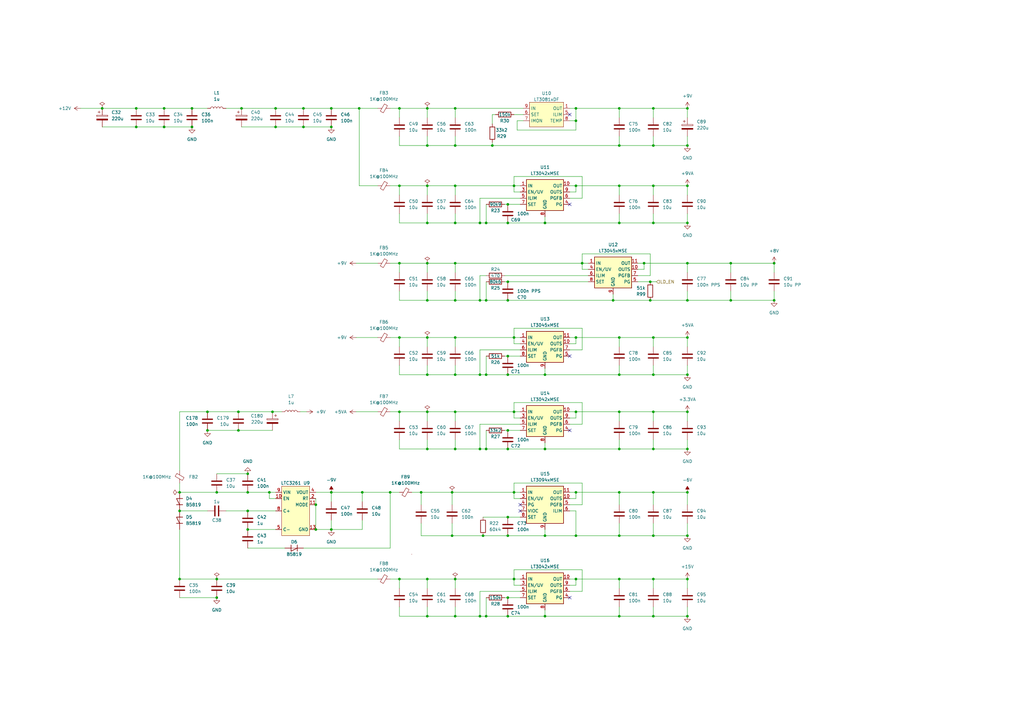
<source format=kicad_sch>
(kicad_sch (version 20230121) (generator eeschema)
  (paper "A3")
  (title_block (title "Kirdy") (date "2022-07-03") (rev "r0.1") (company "M-Labs") (comment 1 "Alex Wong Tat Hang"))
  (junction (at 175.26 237.49))
  (junction (at 223.52 184.15))
  (junction (at 236.22 76.2))
  (junction (at 238.76 107.95))
  (junction (at 210.82 201.93))
  (junction (at 78.74 44.45))
  (junction (at 210.82 76.2))
  (junction (at 236.22 168.91))
  (junction (at 185.42 219.71))
  (junction (at 101.6 217.17))
  (junction (at 254 184.15))
  (junction (at 208.28 245.11))
  (junction (at 185.42 201.93))
  (junction (at 208.28 176.53))
  (junction (at 135.89 217.17))
  (junction (at 147.32 44.45))
  (junction (at 210.82 138.43))
  (junction (at 254 91.44))
  (junction (at 266.7 115.57))
  (junction (at 236.22 49.53))
  (junction (at 208.28 252.73))
  (junction (at 196.85 184.15))
  (junction (at 266.7 123.19))
  (junction (at 88.9 237.49))
  (junction (at 199.39 252.73))
  (junction (at 186.69 138.43))
  (junction (at 208.28 184.15))
  (junction (at 78.74 52.07))
  (junction (at 254 44.45))
  (junction (at 267.97 76.2))
  (junction (at 199.39 153.67))
  (junction (at 254 237.49))
  (junction (at 111.76 168.91))
  (junction (at 163.83 76.2))
  (junction (at 317.5 107.95))
  (junction (at 99.06 44.45))
  (junction (at 67.31 52.07))
  (junction (at 175.26 59.69))
  (junction (at 267.97 201.93))
  (junction (at 113.03 52.07))
  (junction (at 175.26 153.67))
  (junction (at 175.26 91.44))
  (junction (at 41.91 44.45))
  (junction (at 281.94 138.43))
  (junction (at 267.97 138.43))
  (junction (at 175.26 107.95))
  (junction (at 85.09 168.91))
  (junction (at 196.85 91.44))
  (junction (at 199.39 123.19))
  (junction (at 267.97 252.73))
  (junction (at 281.94 237.49))
  (junction (at 186.69 252.73))
  (junction (at 208.28 123.19))
  (junction (at 254 219.71))
  (junction (at 97.79 168.91))
  (junction (at 148.59 201.93))
  (junction (at 223.52 153.67))
  (junction (at 223.52 91.44))
  (junction (at 236.22 44.45))
  (junction (at 101.6 209.55))
  (junction (at 281.94 76.2))
  (junction (at 281.94 201.93))
  (junction (at 281.94 168.91))
  (junction (at 186.69 107.95))
  (junction (at 317.5 123.19))
  (junction (at 281.94 44.45))
  (junction (at 186.69 237.49))
  (junction (at 186.69 184.15))
  (junction (at 163.83 168.91))
  (junction (at 236.22 219.71))
  (junction (at 254 168.91))
  (junction (at 281.94 252.73))
  (junction (at 251.46 123.19))
  (junction (at 186.69 76.2))
  (junction (at 198.12 219.71))
  (junction (at 281.94 184.15))
  (junction (at 267.97 44.45))
  (junction (at 135.89 201.93))
  (junction (at 186.69 91.44))
  (junction (at 267.97 168.91))
  (junction (at 175.26 168.91))
  (junction (at 281.94 219.71))
  (junction (at 160.02 201.93))
  (junction (at 186.69 59.69))
  (junction (at 208.28 83.82))
  (junction (at 135.89 52.07))
  (junction (at 236.22 201.93))
  (junction (at 113.03 44.45))
  (junction (at 254 153.67))
  (junction (at 254 138.43))
  (junction (at 210.82 168.91))
  (junction (at 281.94 91.44))
  (junction (at 254 59.69))
  (junction (at 267.97 184.15))
  (junction (at 299.72 123.19))
  (junction (at 254 76.2))
  (junction (at 101.6 201.93))
  (junction (at 163.83 138.43))
  (junction (at 186.69 123.19))
  (junction (at 175.26 252.73))
  (junction (at 135.89 44.45))
  (junction (at 196.85 123.19))
  (junction (at 208.28 91.44))
  (junction (at 172.72 201.93))
  (junction (at 208.28 153.67))
  (junction (at 73.66 209.55))
  (junction (at 201.93 59.69))
  (junction (at 267.97 237.49))
  (junction (at 208.28 212.09))
  (junction (at 196.85 252.73))
  (junction (at 124.46 52.07))
  (junction (at 175.26 184.15))
  (junction (at 163.83 107.95))
  (junction (at 186.69 153.67))
  (junction (at 88.9 201.93))
  (junction (at 254 201.93))
  (junction (at 85.09 176.53))
  (junction (at 110.49 201.93))
  (junction (at 208.28 115.57))
  (junction (at 264.16 107.95))
  (junction (at 267.97 219.71))
  (junction (at 208.28 146.05))
  (junction (at 223.52 252.73))
  (junction (at 73.66 201.93))
  (junction (at 175.26 123.19))
  (junction (at 281.94 59.69))
  (junction (at 97.79 176.53))
  (junction (at 267.97 59.69))
  (junction (at 55.88 52.07))
  (junction (at 236.22 237.49))
  (junction (at 281.94 153.67))
  (junction (at 223.52 219.71))
  (junction (at 208.28 219.71))
  (junction (at 299.72 107.95))
  (junction (at 175.26 76.2))
  (junction (at 175.26 138.43))
  (junction (at 163.83 44.45))
  (junction (at 199.39 184.15))
  (junction (at 101.6 194.31))
  (junction (at 88.9 245.11))
  (junction (at 267.97 91.44))
  (junction (at 281.94 123.19))
  (junction (at 175.26 44.45))
  (junction (at 210.82 237.49))
  (junction (at 254 252.73))
  (junction (at 73.66 237.49))
  (junction (at 163.83 237.49))
  (junction (at 186.69 168.91))
  (junction (at 129.54 207.01))
  (junction (at 67.31 44.45))
  (junction (at 267.97 153.67))
  (junction (at 124.46 44.45))
  (junction (at 55.88 44.45))
  (junction (at 186.69 44.45))
  (junction (at 281.94 107.95))
  (junction (at 129.54 217.17))
  (junction (at 236.22 138.43))
  (junction (at 199.39 91.44))
  (junction (at 196.85 153.67))
  (no_connect (at 233.68 176.53))
  (no_connect (at 233.68 245.11))
  (no_connect (at 233.68 46.99))
  (no_connect (at 213.36 209.55))
  (no_connect (at 213.36 207.01))
  (no_connect (at 233.68 83.82))
  (no_connect (at 233.68 146.05))
  (wire (pts (xy 88.9 201.93) (xy 101.6 201.93)))
  (wire (pts (xy 207.01 176.53) (xy 208.28 176.53)))
  (wire (pts (xy 267.97 214.63) (xy 267.97 219.71)))
  (wire (pts (xy 267.97 153.67) (xy 267.97 149.86)))
  (wire (pts (xy 196.85 81.28) (xy 196.85 91.44)))
  (wire (pts (xy 175.26 241.3) (xy 175.26 237.49)))
  (wire (pts (xy 160.02 237.49) (xy 163.83 237.49)))
  (wire (pts (xy 254 237.49) (xy 254 241.3)))
  (wire (pts (xy 233.68 140.97) (xy 236.22 140.97)))
  (wire (pts (xy 148.59 201.93) (xy 148.59 205.74)))
  (wire (pts (xy 281.94 252.73) (xy 281.94 248.92)))
  (wire (pts (xy 281.94 107.95) (xy 281.94 111.76)))
  (wire (pts (xy 135.89 213.36) (xy 135.89 217.17)))
  (wire (pts (xy 163.83 252.73) (xy 163.83 248.92)))
  (wire (pts (xy 208.28 176.53) (xy 213.36 176.53)))
  (wire (pts (xy 124.46 44.45) (xy 135.89 44.45)))
  (wire (pts (xy 135.89 217.17) (xy 129.54 217.17)))
  (wire (pts (xy 201.93 58.42) (xy 201.93 59.69)))
  (wire (pts (xy 196.85 91.44) (xy 199.39 91.44)))
  (wire (pts (xy 299.72 107.95) (xy 299.72 111.76)))
  (wire (pts (xy 267.97 252.73) (xy 281.94 252.73)))
  (wire (pts (xy 160.02 107.95) (xy 163.83 107.95)))
  (wire (pts (xy 186.69 172.72) (xy 186.69 168.91)))
  (wire (pts (xy 196.85 113.03) (xy 199.39 113.03)))
  (wire (pts (xy 236.22 219.71) (xy 223.52 219.71)))
  (wire (pts (xy 175.26 123.19) (xy 186.69 123.19)))
  (wire (pts (xy 175.26 252.73) (xy 175.26 248.92)))
  (wire (pts (xy 186.69 123.19) (xy 196.85 123.19)))
  (wire (pts (xy 185.42 219.71) (xy 198.12 219.71)))
  (wire (pts (xy 201.93 50.8) (xy 201.93 46.99)))
  (wire (pts (xy 267.97 153.67) (xy 281.94 153.67)))
  (wire (pts (xy 85.09 176.53) (xy 97.79 176.53)))
  (wire (pts (xy 207.01 115.57) (xy 208.28 115.57)))
  (wire (pts (xy 175.26 123.19) (xy 175.26 119.38)))
  (wire (pts (xy 210.82 76.2) (xy 213.36 76.2)))
  (wire (pts (xy 85.09 168.91) (xy 97.79 168.91)))
  (wire (pts (xy 163.83 59.69) (xy 175.26 59.69)))
  (wire (pts (xy 210.82 237.49) (xy 213.36 237.49)))
  (wire (pts (xy 254 219.71) (xy 254 214.63)))
  (wire (pts (xy 199.39 184.15) (xy 208.28 184.15)))
  (wire (pts (xy 129.54 201.93) (xy 135.89 201.93)))
  (wire (pts (xy 175.26 142.24) (xy 175.26 138.43)))
  (wire (pts (xy 199.39 252.73) (xy 208.28 252.73)))
  (wire (pts (xy 186.69 80.01) (xy 186.69 76.2)))
  (wire (pts (xy 199.39 245.11) (xy 199.39 252.73)))
  (wire (pts (xy 172.72 214.63) (xy 172.72 219.71)))
  (wire (pts (xy 92.71 209.55) (xy 101.6 209.55)))
  (wire (pts (xy 186.69 107.95) (xy 238.76 107.95)))
  (wire (pts (xy 208.28 184.15) (xy 223.52 184.15)))
  (wire (pts (xy 175.26 184.15) (xy 186.69 184.15)))
  (wire (pts (xy 208.28 91.44) (xy 223.52 91.44)))
  (wire (pts (xy 213.36 204.47) (xy 210.82 204.47)))
  (wire (pts (xy 135.89 44.45) (xy 147.32 44.45)))
  (wire (pts (xy 254 219.71) (xy 267.97 219.71)))
  (wire (pts (xy 208.28 115.57) (xy 241.3 115.57)))
  (wire (pts (xy 163.83 252.73) (xy 175.26 252.73)))
  (wire (pts (xy 185.42 201.93) (xy 210.82 201.93)))
  (wire (pts (xy 186.69 168.91) (xy 210.82 168.91)))
  (wire (pts (xy 199.39 115.57) (xy 199.39 123.19)))
  (wire (pts (xy 175.26 76.2) (xy 186.69 76.2)))
  (wire (pts (xy 186.69 91.44) (xy 186.69 87.63)))
  (wire (pts (xy 199.39 146.05) (xy 199.39 153.67)))
  (wire (pts (xy 254 153.67) (xy 254 149.86)))
  (wire (pts (xy 238.76 134.62) (xy 210.82 134.62)))
  (wire (pts (xy 199.39 153.67) (xy 208.28 153.67)))
  (wire (pts (xy 172.72 219.71) (xy 185.42 219.71)))
  (wire (pts (xy 223.52 91.44) (xy 254 91.44)))
  (wire (pts (xy 236.22 240.03) (xy 236.22 237.49)))
  (wire (pts (xy 101.6 224.79) (xy 116.84 224.79)))
  (wire (pts (xy 198.12 219.71) (xy 208.28 219.71)))
  (wire (pts (xy 254 184.15) (xy 254 180.34)))
  (wire (pts (xy 210.82 140.97) (xy 210.82 138.43)))
  (wire (pts (xy 55.88 52.07) (xy 67.31 52.07)))
  (wire (pts (xy 196.85 81.28) (xy 213.36 81.28)))
  (wire (pts (xy 267.97 59.69) (xy 254 59.69)))
  (wire (pts (xy 212.09 49.53) (xy 214.63 49.53)))
  (wire (pts (xy 241.3 110.49) (xy 238.76 110.49)))
  (wire (pts (xy 281.94 107.95) (xy 299.72 107.95)))
  (wire (pts (xy 267.97 91.44) (xy 267.97 87.63)))
  (wire (pts (xy 223.52 250.19) (xy 223.52 252.73)))
  (wire (pts (xy 281.94 123.19) (xy 281.94 119.38)))
  (wire (pts (xy 254 201.93) (xy 267.97 201.93)))
  (wire (pts (xy 186.69 44.45) (xy 214.63 44.45)))
  (wire (pts (xy 196.85 173.99) (xy 213.36 173.99)))
  (wire (pts (xy 175.26 184.15) (xy 175.26 180.34)))
  (wire (pts (xy 261.62 113.03) (xy 266.7 113.03)))
  (wire (pts (xy 238.76 107.95) (xy 241.3 107.95)))
  (wire (pts (xy 186.69 241.3) (xy 186.69 237.49)))
  (wire (pts (xy 254 237.49) (xy 267.97 237.49)))
  (wire (pts (xy 146.05 168.91) (xy 154.94 168.91)))
  (wire (pts (xy 236.22 237.49) (xy 254 237.49)))
  (wire (pts (xy 210.82 201.93) (xy 213.36 201.93)))
  (wire (pts (xy 236.22 44.45) (xy 236.22 49.53)))
  (wire (pts (xy 207.01 245.11) (xy 208.28 245.11)))
  (wire (pts (xy 210.82 78.74) (xy 210.82 76.2)))
  (wire (pts (xy 196.85 252.73) (xy 199.39 252.73)))
  (wire (pts (xy 186.69 153.67) (xy 196.85 153.67)))
  (wire (pts (xy 236.22 219.71) (xy 254 219.71)))
  (wire (pts (xy 210.82 138.43) (xy 213.36 138.43)))
  (wire (pts (xy 73.66 198.12) (xy 73.66 201.93)))
  (wire (pts (xy 238.76 173.99) (xy 238.76 165.1)))
  (wire (pts (xy 175.26 172.72) (xy 175.26 168.91)))
  (wire (pts (xy 113.03 52.07) (xy 124.46 52.07)))
  (wire (pts (xy 73.66 237.49) (xy 73.66 217.17)))
  (wire (pts (xy 238.76 165.1) (xy 210.82 165.1)))
  (wire (pts (xy 208.28 123.19) (xy 251.46 123.19)))
  (wire (pts (xy 113.03 44.45) (xy 124.46 44.45)))
  (wire (pts (xy 281.94 76.2) (xy 281.94 80.01)))
  (wire (pts (xy 163.83 172.72) (xy 163.83 168.91)))
  (wire (pts (xy 281.94 184.15) (xy 281.94 180.34)))
  (wire (pts (xy 201.93 46.99) (xy 203.2 46.99)))
  (wire (pts (xy 266.7 104.14) (xy 238.76 104.14)))
  (wire (pts (xy 210.82 240.03) (xy 210.82 237.49)))
  (wire (pts (xy 281.94 168.91) (xy 281.94 172.72)))
  (wire (pts (xy 163.83 107.95) (xy 175.26 107.95)))
  (wire (pts (xy 233.68 143.51) (xy 238.76 143.51)))
  (wire (pts (xy 261.62 115.57) (xy 266.7 115.57)))
  (wire (pts (xy 254 48.26) (xy 254 44.45)))
  (wire (pts (xy 196.85 113.03) (xy 196.85 123.19)))
  (wire (pts (xy 236.22 201.93) (xy 254 201.93)))
  (wire (pts (xy 73.66 237.49) (xy 88.9 237.49)))
  (wire (pts (xy 175.26 168.91) (xy 186.69 168.91)))
  (wire (pts (xy 233.68 240.03) (xy 236.22 240.03)))
  (wire (pts (xy 201.93 59.69) (xy 254 59.69)))
  (wire (pts (xy 175.26 44.45) (xy 186.69 44.45)))
  (wire (pts (xy 160.02 44.45) (xy 163.83 44.45)))
  (wire (pts (xy 124.46 52.07) (xy 135.89 52.07)))
  (wire (pts (xy 236.22 138.43) (xy 254 138.43)))
  (wire (pts (xy 110.49 201.93) (xy 113.03 201.93)))
  (wire (pts (xy 233.68 173.99) (xy 238.76 173.99)))
  (wire (pts (xy 210.82 134.62) (xy 210.82 138.43)))
  (wire (pts (xy 267.97 76.2) (xy 267.97 80.01)))
  (wire (pts (xy 267.97 138.43) (xy 281.94 138.43)))
  (wire (pts (xy 254 44.45) (xy 267.97 44.45)))
  (wire (pts (xy 254 91.44) (xy 267.97 91.44)))
  (wire (pts (xy 299.72 123.19) (xy 299.72 119.38)))
  (wire (pts (xy 266.7 113.03) (xy 266.7 104.14)))
  (wire (pts (xy 223.52 151.13) (xy 223.52 153.67)))
  (wire (pts (xy 233.68 138.43) (xy 236.22 138.43)))
  (wire (pts (xy 163.83 59.69) (xy 163.83 55.88)))
  (wire (pts (xy 233.68 81.28) (xy 238.76 81.28)))
  (wire (pts (xy 196.85 153.67) (xy 199.39 153.67)))
  (wire (pts (xy 163.83 123.19) (xy 175.26 123.19)))
  (wire (pts (xy 223.52 181.61) (xy 223.52 184.15)))
  (wire (pts (xy 113.03 204.47) (xy 110.49 204.47)))
  (wire (pts (xy 73.66 245.11) (xy 88.9 245.11)))
  (wire (pts (xy 186.69 59.69) (xy 201.93 59.69)))
  (wire (pts (xy 186.69 153.67) (xy 186.69 149.86)))
  (wire (pts (xy 186.69 123.19) (xy 186.69 119.38)))
  (wire (pts (xy 233.68 76.2) (xy 236.22 76.2)))
  (wire (pts (xy 185.42 214.63) (xy 185.42 219.71)))
  (wire (pts (xy 208.28 252.73) (xy 223.52 252.73)))
  (wire (pts (xy 175.26 252.73) (xy 186.69 252.73)))
  (wire (pts (xy 168.91 201.93) (xy 172.72 201.93)))
  (wire (pts (xy 186.69 48.26) (xy 186.69 44.45)))
  (wire (pts (xy 135.89 201.93) (xy 148.59 201.93)))
  (wire (pts (xy 115.57 168.91) (xy 111.76 168.91)))
  (wire (pts (xy 123.19 168.91) (xy 125.73 168.91)))
  (wire (pts (xy 267.97 44.45) (xy 281.94 44.45)))
  (wire (pts (xy 199.39 176.53) (xy 199.39 184.15)))
  (wire (pts (xy 254 168.91) (xy 254 172.72)))
  (wire (pts (xy 254 201.93) (xy 254 207.01)))
  (wire (pts (xy 185.42 201.93) (xy 185.42 207.01)))
  (wire (pts (xy 135.89 201.93) (xy 135.89 205.74)))
  (wire (pts (xy 213.36 78.74) (xy 210.82 78.74)))
  (wire (pts (xy 267.97 48.26) (xy 267.97 44.45)))
  (wire (pts (xy 163.83 237.49) (xy 175.26 237.49)))
  (wire (pts (xy 196.85 143.51) (xy 213.36 143.51)))
  (wire (pts (xy 186.69 252.73) (xy 186.69 248.92)))
  (wire (pts (xy 175.26 153.67) (xy 175.26 149.86)))
  (wire (pts (xy 233.68 168.91) (xy 236.22 168.91)))
  (wire (pts (xy 212.09 49.53) (xy 212.09 53.34)))
  (wire (pts (xy 186.69 138.43) (xy 210.82 138.43)))
  (wire (pts (xy 266.7 115.57) (xy 269.24 115.57)))
  (wire (pts (xy 236.22 49.53) (xy 233.68 49.53)))
  (wire (pts (xy 281.94 123.19) (xy 299.72 123.19)))
  (wire (pts (xy 233.68 171.45) (xy 236.22 171.45)))
  (wire (pts (xy 254 91.44) (xy 254 87.63)))
  (wire (pts (xy 238.76 81.28) (xy 238.76 72.39)))
  (wire (pts (xy 213.36 240.03) (xy 210.82 240.03)))
  (wire (pts (xy 236.22 209.55) (xy 236.22 219.71)))
  (wire (pts (xy 163.83 80.01) (xy 163.83 76.2)))
  (wire (pts (xy 251.46 123.19) (xy 266.7 123.19)))
  (wire (pts (xy 254 153.67) (xy 267.97 153.67)))
  (wire (pts (xy 101.6 217.17) (xy 113.03 217.17)))
  (wire (pts (xy 163.83 241.3) (xy 163.83 237.49)))
  (wire (pts (xy 233.68 242.57) (xy 238.76 242.57)))
  (wire (pts (xy 236.22 168.91) (xy 254 168.91)))
  (wire (pts (xy 223.52 219.71) (xy 223.52 217.17)))
  (wire (pts (xy 160.02 224.79) (xy 160.02 201.93)))
  (wire (pts (xy 163.83 48.26) (xy 163.83 44.45)))
  (wire (pts (xy 236.22 53.34) (xy 236.22 49.53)))
  (wire (pts (xy 78.74 44.45) (xy 85.09 44.45)))
  (wire (pts (xy 267.97 201.93) (xy 281.94 201.93)))
  (wire (pts (xy 148.59 217.17) (xy 135.89 217.17)))
  (wire (pts (xy 92.71 44.45) (xy 99.06 44.45)))
  (wire (pts (xy 281.94 44.45) (xy 281.94 48.26)))
  (wire (pts (xy 175.26 48.26) (xy 175.26 44.45)))
  (wire (pts (xy 163.83 153.67) (xy 175.26 153.67)))
  (wire (pts (xy 175.26 153.67) (xy 186.69 153.67)))
  (wire (pts (xy 160.02 201.93) (xy 163.83 201.93)))
  (wire (pts (xy 267.97 237.49) (xy 281.94 237.49)))
  (wire (pts (xy 175.26 111.76) (xy 175.26 107.95)))
  (wire (pts (xy 110.49 204.47) (xy 110.49 201.93)))
  (wire (pts (xy 175.26 59.69) (xy 175.26 55.88)))
  (wire (pts (xy 210.82 168.91) (xy 213.36 168.91)))
  (wire (pts (xy 267.97 201.93) (xy 267.97 207.01)))
  (wire (pts (xy 198.12 212.09) (xy 208.28 212.09)))
  (wire (pts (xy 254 252.73) (xy 254 248.92)))
  (wire (pts (xy 233.68 78.74) (xy 236.22 78.74)))
  (wire (pts (xy 172.72 201.93) (xy 172.72 207.01)))
  (wire (pts (xy 238.76 110.49) (xy 238.76 107.95)))
  (wire (pts (xy 33.02 44.45) (xy 41.91 44.45)))
  (wire (pts (xy 238.76 72.39) (xy 210.82 72.39)))
  (wire (pts (xy 199.39 123.19) (xy 208.28 123.19)))
  (wire (pts (xy 254 252.73) (xy 267.97 252.73)))
  (wire (pts (xy 264.16 107.95) (xy 281.94 107.95)))
  (wire (pts (xy 236.22 140.97) (xy 236.22 138.43)))
  (wire (pts (xy 129.54 207.01) (xy 129.54 217.17)))
  (wire (pts (xy 267.97 252.73) (xy 267.97 248.92)))
  (wire (pts (xy 261.62 110.49) (xy 264.16 110.49)))
  (wire (pts (xy 41.91 44.45) (xy 55.88 44.45)))
  (wire (pts (xy 186.69 59.69) (xy 186.69 55.88)))
  (wire (pts (xy 163.83 76.2) (xy 175.26 76.2)))
  (wire (pts (xy 154.94 76.2) (xy 147.32 76.2)))
  (wire (pts (xy 254 55.88) (xy 254 59.69)))
  (wire (pts (xy 163.83 153.67) (xy 163.83 149.86)))
  (wire (pts (xy 299.72 123.19) (xy 317.5 123.19)))
  (wire (pts (xy 175.26 107.95) (xy 186.69 107.95)))
  (wire (pts (xy 196.85 242.57) (xy 196.85 252.73)))
  (wire (pts (xy 267.97 91.44) (xy 281.94 91.44)))
  (wire (pts (xy 73.66 209.55) (xy 85.09 209.55)))
  (wire (pts (xy 186.69 237.49) (xy 210.82 237.49)))
  (wire (pts (xy 101.6 201.93) (xy 110.49 201.93)))
  (wire (pts (xy 99.06 44.45) (xy 113.03 44.45)))
  (wire (pts (xy 186.69 184.15) (xy 186.69 180.34)))
  (wire (pts (xy 264.16 110.49) (xy 264.16 107.95)))
  (wire (pts (xy 73.66 168.91) (xy 73.66 193.04)))
  (wire (pts (xy 210.82 46.99) (xy 214.63 46.99)))
  (wire (pts (xy 147.32 44.45) (xy 147.32 76.2)))
  (wire (pts (xy 146.05 107.95) (xy 154.94 107.95)))
  (wire (pts (xy 175.26 91.44) (xy 186.69 91.44)))
  (wire (pts (xy 261.62 107.95) (xy 264.16 107.95)))
  (wire (pts (xy 210.82 72.39) (xy 210.82 76.2)))
  (wire (pts (xy 254 76.2) (xy 267.97 76.2)))
  (wire (pts (xy 233.68 237.49) (xy 236.22 237.49)))
  (wire (pts (xy 196.85 123.19) (xy 199.39 123.19)))
  (wire (pts (xy 238.76 198.12) (xy 210.82 198.12)))
  (wire (pts (xy 233.68 44.45) (xy 236.22 44.45)))
  (wire (pts (xy 146.05 138.43) (xy 154.94 138.43)))
  (wire (pts (xy 196.85 143.51) (xy 196.85 153.67)))
  (wire (pts (xy 281.94 91.44) (xy 281.94 87.63)))
  (wire (pts (xy 41.91 52.07) (xy 55.88 52.07)))
  (wire (pts (xy 196.85 173.99) (xy 196.85 184.15)))
  (wire (pts (xy 281.94 138.43) (xy 281.94 142.24)))
  (wire (pts (xy 281.94 153.67) (xy 281.94 149.86)))
  (wire (pts (xy 233.68 204.47) (xy 236.22 204.47)))
  (wire (pts (xy 199.39 91.44) (xy 208.28 91.44)))
  (wire (pts (xy 238.76 207.01) (xy 238.76 198.12)))
  (wire (pts (xy 163.83 168.91) (xy 175.26 168.91)))
  (wire (pts (xy 236.22 78.74) (xy 236.22 76.2)))
  (wire (pts (xy 207.01 146.05) (xy 208.28 146.05)))
  (wire (pts (xy 196.85 184.15) (xy 199.39 184.15)))
  (wire (pts (xy 212.09 53.34) (xy 236.22 53.34)))
  (wire (pts (xy 196.85 242.57) (xy 213.36 242.57)))
  (wire (pts (xy 208.28 153.67) (xy 223.52 153.67)))
  (wire (pts (xy 210.82 171.45) (xy 210.82 168.91)))
  (wire (pts (xy 186.69 76.2) (xy 210.82 76.2)))
  (wire (pts (xy 210.82 198.12) (xy 210.82 201.93)))
  (wire (pts (xy 147.32 44.45) (xy 154.94 44.45)))
  (wire (pts (xy 213.36 140.97) (xy 210.82 140.97)))
  (wire (pts (xy 238.76 242.57) (xy 238.76 233.68)))
  (wire (pts (xy 88.9 194.31) (xy 101.6 194.31)))
  (wire (pts (xy 317.5 123.19) (xy 317.5 119.38)))
  (wire (pts (xy 267.97 168.91) (xy 267.97 172.72)))
  (wire (pts (xy 267.97 76.2) (xy 281.94 76.2)))
  (wire (pts (xy 186.69 142.24) (xy 186.69 138.43)))
  (wire (pts (xy 281.94 55.88) (xy 281.94 59.69)))
  (wire (pts (xy 67.31 52.07) (xy 78.74 52.07)))
  (wire (pts (xy 210.82 204.47) (xy 210.82 201.93)))
  (wire (pts (xy 238.76 233.68) (xy 210.82 233.68)))
  (wire (pts (xy 254 138.43) (xy 267.97 138.43)))
  (wire (pts (xy 251.46 120.65) (xy 251.46 123.19)))
  (wire (pts (xy 267.97 219.71) (xy 281.94 219.71)))
  (wire (pts (xy 208.28 245.11) (xy 213.36 245.11)))
  (wire (pts (xy 223.52 88.9) (xy 223.52 91.44)))
  (wire (pts (xy 73.66 168.91) (xy 85.09 168.91)))
  (wire (pts (xy 267.97 237.49) (xy 267.97 241.3)))
  (wire (pts (xy 254 184.15) (xy 267.97 184.15)))
  (wire (pts (xy 236.22 171.45) (xy 236.22 168.91)))
  (wire (pts (xy 210.82 233.68) (xy 210.82 237.49)))
  (wire (pts (xy 163.83 111.76) (xy 163.83 107.95)))
  (wire (pts (xy 55.88 44.45) (xy 67.31 44.45)))
  (wire (pts (xy 199.39 83.82) (xy 199.39 91.44)))
  (wire (pts (xy 160.02 168.91) (xy 163.83 168.91)))
  (wire (pts (xy 124.46 224.79) (xy 160.02 224.79)))
  (wire (pts (xy 254 138.43) (xy 254 142.24)))
  (wire (pts (xy 208.28 212.09) (xy 213.36 212.09)))
  (wire (pts (xy 210.82 165.1) (xy 210.82 168.91)))
  (wire (pts (xy 299.72 107.95) (xy 317.5 107.95)))
  (wire (pts (xy 160.02 76.2) (xy 163.83 76.2)))
  (wire (pts (xy 163.83 123.19) (xy 163.83 119.38)))
  (wire (pts (xy 67.31 44.45) (xy 78.74 44.45)))
  (wire (pts (xy 175.26 59.69) (xy 186.69 59.69)))
  (wire (pts (xy 163.83 184.15) (xy 175.26 184.15)))
  (wire (pts (xy 208.28 146.05) (xy 213.36 146.05)))
  (wire (pts (xy 175.26 237.49) (xy 186.69 237.49)))
  (wire (pts (xy 254 168.91) (xy 267.97 168.91)))
  (wire (pts (xy 111.76 168.91) (xy 97.79 168.91)))
  (wire (pts (xy 186.69 111.76) (xy 186.69 107.95)))
  (wire (pts (xy 160.02 201.93) (xy 148.59 201.93)))
  (wire (pts (xy 172.72 201.93) (xy 185.42 201.93)))
  (wire (pts (xy 175.26 91.44) (xy 175.26 87.63)))
  (wire (pts (xy 281.94 201.93) (xy 281.94 207.01)))
  (wire (pts (xy 99.06 52.07) (xy 113.03 52.07)))
  (wire (pts (xy 101.6 209.55) (xy 113.03 209.55)))
  (wire (pts (xy 223.52 153.67) (xy 254 153.67)))
  (wire (pts (xy 238.76 143.51) (xy 238.76 134.62)))
  (wire (pts (xy 73.66 201.93) (xy 88.9 201.93)))
  (wire (pts (xy 175.26 138.43) (xy 186.69 138.43)))
  (wire (pts (xy 267.97 168.91) (xy 281.94 168.91)))
  (wire (pts (xy 233.68 207.01) (xy 238.76 207.01)))
  (wire (pts (xy 163.83 91.44) (xy 175.26 91.44)))
  (wire (pts (xy 236.22 76.2) (xy 254 76.2)))
  (wire (pts (xy 236.22 204.47) (xy 236.22 201.93)))
  (wire (pts (xy 236.22 44.45) (xy 254 44.45)))
  (wire (pts (xy 160.02 138.43) (xy 163.83 138.43)))
  (wire (pts (xy 208.28 219.71) (xy 223.52 219.71)))
  (wire (pts (xy 236.22 209.55) (xy 233.68 209.55)))
  (wire (pts (xy 111.76 176.53) (xy 97.79 176.53)))
  (wire (pts (xy 186.69 184.15) (xy 196.85 184.15)))
  (wire (pts (xy 267.97 184.15) (xy 267.97 180.34)))
  (wire (pts (xy 207.01 83.82) (xy 208.28 83.82)))
  (wire (pts (xy 267.97 138.43) (xy 267.97 142.24)))
  (wire (pts (xy 213.36 171.45) (xy 210.82 171.45)))
  (wire (pts (xy 233.68 201.93) (xy 236.22 201.93)))
  (wire (pts (xy 254 76.2) (xy 254 80.01)))
  (wire (pts (xy 266.7 123.19) (xy 281.94 123.19)))
  (wire (pts (xy 163.83 44.45) (xy 175.26 44.45)))
  (wire (pts (xy 223.52 184.15) (xy 254 184.15)))
  (wire (pts (xy 163.83 138.43) (xy 175.26 138.43)))
  (wire (pts (xy 208.28 83.82) (xy 213.36 83.82)))
  (wire (pts (xy 186.69 91.44) (xy 196.85 91.44)))
  (wire (pts (xy 163.83 91.44) (xy 163.83 87.63)))
  (wire (pts (xy 317.5 107.95) (xy 317.5 111.76)))
  (wire (pts (xy 281.94 237.49) (xy 281.94 241.3)))
  (wire (pts (xy 148.59 213.36) (xy 148.59 217.17)))
  (wire (pts (xy 267.97 55.88) (xy 267.97 59.69)))
  (wire (pts (xy 129.54 204.47) (xy 129.54 207.01)))
  (wire (pts (xy 267.97 59.69) (xy 281.94 59.69)))
  (wire (pts (xy 223.52 252.73) (xy 254 252.73)))
  (wire (pts (xy 186.69 252.73) (xy 196.85 252.73)))
  (wire (pts (xy 267.97 184.15) (xy 281.94 184.15)))
  (wire (pts (xy 238.76 104.14) (xy 238.76 107.95)))
  (wire (pts (xy 281.94 214.63) (xy 281.94 219.71)))
  (wire (pts (xy 175.26 80.01) (xy 175.26 76.2)))
  (wire (pts (xy 163.83 184.15) (xy 163.83 180.34)))
  (wire (pts (xy 88.9 237.49) (xy 154.94 237.49)))
  (wire (pts (xy 207.01 113.03) (xy 241.3 113.03)))
  (wire (pts (xy 163.83 142.24) (xy 163.83 138.43)))
  (hierarchical_label "LD_EN" (shape input) (at 269.24 115.57 0))
  (symbol (lib_id "Device:R") (at 198.12 215.9 0) (unit 1)
    (property "Reference" "R22" (at 200.66 214.6299 0) (effects (justify left)))
    (property "Value" "60k4" (at 200.66 217.1699 0) (effects (justify left)))
    (property "Footprint" "Resistor_SMD:R_0603_1608Metric" (effects hide))
    (property "MFR_PN" "RT0603FRE0760K4L" (effects hide))
    (property "MFR_PN_ALT" "RC0603FR-0760K4L" (effects hide))
  )
  (symbol (lib_id "Device:C") (at 85.09 172.72 0) (mirror y) (unit 1)
    (property "Reference" "C178" (at 81.28 171.4499 0) (effects (justify left)))
    (property "Value" "100n" (at 81.28 173.9899 0) (effects (justify left)))
    (property "Footprint" "Capacitor_SMD:C_0603_1608Metric" (effects hide))
    (property "MFR_PN" "CL10B104KB8NNWC" (effects hide))
    (property "MFR_PN_ALT" "CL10B104KB8NNNL" (effects hide))
  )
  (symbol (lib_id "Device:C") (at 254 83.82 0) (unit 1)
    (property "Reference" "C76" (at 257.81 82.5499 0) (effects (justify left)))
    (property "Value" "100n" (at 257.81 85.0899 0) (effects (justify left)))
    (property "Footprint" "Capacitor_SMD:C_0603_1608Metric" (effects hide))
    (property "MFR_PN" "CL10B104KB8NNWC" (effects hide))
    (property "MFR_PN_ALT" "CL10B104KB8NNNL" (effects hide))
  )
  (symbol (lib_id "power:+5VA") (at 281.94 138.43 0) (unit 1)
    (property "Reference" "#PWR074" (effects hide))
    (property "Value" "+5VA" (at 281.94 133.35 0))
  )
  (symbol (lib_id "Device:C") (at 101.6 213.36 0) (unit 1)
    (property "Reference" "C42" (at 105.41 212.0899 0) (effects (justify left)))
    (property "Value" "1u" (at 105.41 214.6299 0) (effects (justify left)))
    (property "Footprint" "Capacitor_SMD:C_0603_1608Metric" (effects hide))
    (property "MFR_PN" "CL10B105KA8NNNC" (effects hide))
    (property "MFR_PN_ALT" "CGA3E1X7R1E105K080AC" (effects hide))
  )
  (symbol (lib_id "power:PWR_FLAG") (at 175.26 76.2 0) (unit 1)
    (property "Reference" "#FLG0106" (effects hide))
    (property "Value" "PWR_FLAG" (effects hide))
  )
  (symbol (lib_id "Device:C") (at 148.59 209.55 0) (unit 1)
    (property "Reference" "C48" (at 152.4 208.2799 0) (effects (justify left)))
    (property "Value" "10u" (at 152.4 210.8199 0) (effects (justify left)))
    (property "Footprint" "Capacitor_SMD:C_0805_2012Metric" (effects hide))
    (property "MFR_PN" "CL21B106KOQNNNG" (effects hide))
    (property "MFR_PN_ALT" "CL21B106KOQNNNE" (effects hide))
  )
  (symbol (lib_id "Device:R") (at 203.2 83.82 90) (unit 1)
    (property "Reference" "R23" (at 203.2 86.36 90))
    (property "Value" "90k9" (at 203.2 83.82 90))
    (property "Footprint" "Resistor_SMD:R_0603_1608Metric" (effects hide))
    (property "MFR_PN" "RT0603FRE0790K9L" (effects hide))
    (property "MFR_PN_ALT" "RK73H1JTTD9091F" (effects hide))
  )
  (symbol (lib_id "Device:R") (at 203.2 245.11 90) (unit 1)
    (property "Reference" "R28" (at 203.2 247.65 90))
    (property "Value" "150k" (at 203.2 245.11 90))
    (property "Footprint" "Resistor_SMD:R_0603_1608Metric" (effects hide))
    (property "MFR_PN" "CRGCQ0603F150K" (effects hide))
    (property "MFR_PN_ALT" "RMCF0603FG150K" (effects hide))
  )
  (symbol (lib_id "Device:C") (at 281.94 210.82 0) (unit 1)
    (property "Reference" "C94" (at 285.75 209.5499 0) (effects (justify left)))
    (property "Value" "10u" (at 285.75 212.0899 0) (effects (justify left)))
    (property "Footprint" "Capacitor_SMD:C_0805_2012Metric" (effects hide))
    (property "MFR_PN" "CL21B106KOQNNNG" (effects hide))
    (property "MFR_PN_ALT" "CL21B106KOQNNNE" (effects hide))
  )
  (symbol (lib_id "Device:C") (at 186.69 83.82 0) (unit 1)
    (property "Reference" "C64" (at 190.5 82.5499 0) (effects (justify left)))
    (property "Value" "100n" (at 190.5 85.0899 0) (effects (justify left)))
    (property "Footprint" "Capacitor_SMD:C_0603_1608Metric" (effects hide))
    (property "MFR_PN" "CL10B104KB8NNWC" (effects hide))
    (property "MFR_PN_ALT" "CL10B104KB8NNNL" (effects hide))
  )
  (symbol (lib_id "Device:C") (at 113.03 48.26 0) (unit 1)
    (property "Reference" "C44" (at 116.84 46.9899 0) (effects (justify left)))
    (property "Value" "10u" (at 116.84 49.5299 0) (effects (justify left)))
    (property "Footprint" "Capacitor_SMD:C_0805_2012Metric" (effects hide))
    (property "MFR_PN" "CL21B106KOQNNNG" (effects hide))
    (property "MFR_PN_ALT" "CL21B106KOQNNNE" (effects hide))
  )
  (symbol (lib_id "power:PWR_FLAG") (at 175.26 107.95 0) (unit 1)
    (property "Reference" "#FLG0108" (effects hide))
    (property "Value" "PWR_FLAG" (effects hide))
  )
  (symbol (lib_id "Device:R") (at 266.7 119.38 180) (unit 1)
    (property "Reference" "R99" (at 262.89 120.65 0))
    (property "Value" "51k" (at 262.89 118.11 0))
    (property "Footprint" "Resistor_SMD:R_0603_1608Metric" (effects hide))
    (property "MFR_PN" "RMCF0603FT51K0" (effects hide))
    (property "MFR_PN_ALT" "CR0603-FX-5102ELF" (effects hide))
  )
  (symbol (lib_id "Device:FerriteBead_Small") (at 73.66 195.58 180) (unit 1)
    (property "Reference" "FB2" (at 77.47 195.58 0) (effects (justify right)))
    (property "Value" "1K@100MHz" (at 58.42 195.58 0) (effects (justify right)))
    (property "Footprint" "Inductor_SMD:L_1210_3225Metric" (effects hide))
    (property "MFR_PN" "FBMH3225HM102NT" (effects hide))
    (property "MFR_PN_ALT" "FBMH3225HM102NTV" (effects hide))
  )
  (symbol (lib_id "Device:C") (at 208.28 180.34 0) (unit 1)
    (property "Reference" "C72" (at 209.55 182.88 0) (effects (justify left)))
    (property "Value" "100n" (at 212.09 180.34 0) (effects (justify left)))
    (property "Footprint" "Capacitor_SMD:C_0603_1608Metric" (effects hide))
    (property "MFR_PN" "CL10B104KB8NNWC" (effects hide))
    (property "MFR_PN_ALT" "CL10B104KB8NNNL" (effects hide))
  )
  (symbol (lib_id "Device:C") (at 186.69 115.57 0) (unit 1)
    (property "Reference" "C65" (at 190.5 114.2999 0) (effects (justify left)))
    (property "Value" "100n" (at 190.5 116.8399 0) (effects (justify left)))
    (property "Footprint" "Capacitor_SMD:C_0603_1608Metric" (effects hide))
    (property "MFR_PN" "CL10B104KB8NNWC" (effects hide))
    (property "MFR_PN_ALT" "CL10B104KB8NNNL" (effects hide))
  )
  (symbol (lib_id "Device:C") (at 175.26 176.53 0) (unit 1)
    (property "Reference" "C60" (at 179.07 175.2599 0) (effects (justify left)))
    (property "Value" "10u" (at 179.07 177.7999 0) (effects (justify left)))
    (property "Footprint" "Capacitor_SMD:C_0805_2012Metric" (effects hide))
    (property "MFR_PN" "CL21B106KOQNNNG" (effects hide))
    (property "MFR_PN_ALT" "CL21B106KOQNNNE" (effects hide))
  )
  (symbol (lib_id "Device:C") (at 254 52.07 0) (unit 1)
    (property "Reference" "C75" (at 257.81 50.7999 0) (effects (justify left)))
    (property "Value" "100n" (at 257.81 53.3399 0) (effects (justify left)))
    (property "Footprint" "Capacitor_SMD:C_0603_1608Metric" (effects hide))
    (property "MFR_PN" "CL10B104KB8NNWC" (effects hide))
    (property "MFR_PN_ALT" "CL10B104KB8NNNL" (effects hide))
  )
  (symbol (lib_id "power:GND") (at 317.5 123.19 0) (unit 1)
    (property "Reference" "#PWR073" (effects hide))
    (property "Value" "GND" (at 317.5 128.27 0))
  )
  (symbol (lib_id "Device:C") (at 267.97 210.82 0) (unit 1)
    (property "Reference" "C87" (at 271.78 209.5499 0) (effects (justify left)))
    (property "Value" "10u" (at 271.78 212.0899 0) (effects (justify left)))
    (property "Footprint" "Capacitor_SMD:C_0805_2012Metric" (effects hide))
    (property "MFR_PN" "CL21B106KOQNNNG" (effects hide))
    (property "MFR_PN_ALT" "CL21B106KOQNNNE" (effects hide))
  )
  (symbol (lib_id "Device:C") (at 175.26 245.11 0) (unit 1)
    (property "Reference" "C61" (at 179.07 243.8399 0) (effects (justify left)))
    (property "Value" "10u" (at 179.07 246.3799 0) (effects (justify left)))
    (property "Footprint" "Capacitor_SMD:C_0805_2012Metric" (effects hide))
    (property "MFR_PN" "CL21B106KOQNNNG" (effects hide))
    (property "MFR_PN_ALT" "CL21B106KOQNNNE" (effects hide))
  )
  (symbol (lib_id "Device:C") (at 186.69 245.11 0) (unit 1)
    (property "Reference" "C68" (at 190.5 243.8399 0) (effects (justify left)))
    (property "Value" "100n" (at 190.5 246.3799 0) (effects (justify left)))
    (property "Footprint" "Capacitor_SMD:C_0603_1608Metric" (effects hide))
    (property "MFR_PN" "CL10B104KB8NNWC" (effects hide))
    (property "MFR_PN_ALT" "CL10B104KB8NNNL" (effects hide))
  )
  (symbol (lib_id "Device:R") (at 203.2 146.05 90) (unit 1)
    (property "Reference" "R26" (at 203.2 148.59 90))
    (property "Value" "51k" (at 203.2 146.05 90))
    (property "Footprint" "Resistor_SMD:R_0603_1608Metric" (effects hide))
    (property "MFR_PN" "RMCF0603FT51K0" (effects hide))
    (property "MFR_PN_ALT" "CR0603-FX-5102ELF" (effects hide))
  )
  (symbol (lib_id "Device:C") (at 175.26 52.07 0) (unit 1)
    (property "Reference" "C56" (at 179.07 50.7999 0) (effects (justify left)))
    (property "Value" "10u" (at 179.07 53.3399 0) (effects (justify left)))
    (property "Footprint" "Capacitor_SMD:C_0805_2012Metric" (effects hide))
    (property "MFR_PN" "CL21B106KOQNNNG" (effects hide))
    (property "MFR_PN_ALT" "CL21B106KOQNNNE" (effects hide))
  )
  (symbol (lib_id "Device:L") (at 88.9 44.45 90) (unit 1)
    (property "Reference" "L1" (at 88.9 38.1 90))
    (property "Value" "1u" (at 88.9 40.64 90))
    (property "Footprint" "Inductor_SMD:L_1008_2520Metric" (effects hide))
    (property "MFR_PN" "DFE252012F-1R0M=P2" (effects hide))
    (property "MFR_PN_ALT" "DFE252012P-1R0M=P2" (effects hide))
  )
  (symbol (lib_id "Device:D_Shockley") (at 73.66 213.36 90) (unit 1)
    (property "Reference" "D5" (at 76.2 212.0899 90) (effects (justify right)))
    (property "Value" "B5819" (at 76.2 214.6299 90) (effects (justify right)))
    (property "Footprint" "Diode_SMD:D_SOD-323" (effects hide))
    (property "MFR_PN" "B5819WS-TP" (effects hide))
  )
  (symbol (lib_id "Device:C_Polarized") (at 281.94 52.07 0) (unit 1)
    (property "Reference" "C89" (at 285.75 49.9109 0) (effects (justify left)))
    (property "Value" "220u" (at 285.75 52.4509 0) (effects (justify left)))
    (property "Footprint" "Capacitor_Tantalum_SMD:CP_EIA-7343-15_Kemet-W" (effects hide))
    (property "MFR_PN" "T491D227K016AT" (effects hide))
    (property "MFR_PN_ALT" "293D227X9016E2TE3" (effects hide))
  )
  (symbol (lib_id "power:-9V") (at 135.89 201.93 0) (unit 1)
    (property "Reference" "#PWR063" (effects hide))
    (property "Value" "-9V" (at 135.89 196.85 0))
  )
  (symbol (lib_id "Device:FerriteBead_Small") (at 157.48 107.95 90) (unit 1)
    (property "Reference" "FB5" (at 157.4419 101.6 90))
    (property "Value" "1K@100MHz" (at 157.4419 104.14 90))
    (property "Footprint" "Inductor_SMD:L_1210_3225Metric" (effects hide))
    (property "MFR_PN" "FBMH3225HM102NT" (effects hide))
    (property "MFR_PN_ALT" "FBMH3225HM102NTV" (effects hide))
  )
  (symbol (lib_id "Device:C") (at 254 210.82 0) (unit 1)
    (property "Reference" "C80" (at 257.81 209.5499 0) (effects (justify left)))
    (property "Value" "100n" (at 257.81 212.0899 0) (effects (justify left)))
    (property "Footprint" "Capacitor_SMD:C_0603_1608Metric" (effects hide))
    (property "MFR_PN" "CL10B104KB8NNWC" (effects hide))
    (property "MFR_PN_ALT" "CL10B104KB8NNNL" (effects hide))
  )
  (symbol (lib_id "power:PWR_FLAG") (at 175.26 138.43 0) (unit 1)
    (property "Reference" "#FLG0109" (effects hide))
    (property "Value" "PWR_FLAG" (effects hide))
  )
  (symbol (lib_id "power:GND") (at 281.94 91.44 0) (unit 1)
    (property "Reference" "#PWR071" (effects hide))
    (property "Value" "GND" (at 281.94 96.52 0))
  )
  (symbol (lib_id "power:+9V") (at 281.94 44.45 0) (unit 1)
    (property "Reference" "#PWR068" (effects hide))
    (property "Value" "+9V" (at 281.94 39.37 0))
  )
  (symbol (lib_id "power:PWR_FLAG") (at 185.42 201.93 0) (unit 1)
    (property "Reference" "#FLG0102" (effects hide))
    (property "Value" "PWR_FLAG" (effects hide))
  )
  (symbol (lib_id "Device:FerriteBead_Small") (at 166.37 201.93 90) (unit 1)
    (property "Reference" "FB9" (at 166.3319 195.58 90))
    (property "Value" "1K@100MHz" (at 166.3319 198.12 90))
    (property "Footprint" "Inductor_SMD:L_1210_3225Metric" (effects hide))
    (property "MFR_PN" "FBMH3225HM102NT" (effects hide))
    (property "MFR_PN_ALT" "FBMH3225HM102NTV" (effects hide))
  )
  (symbol (lib_id "Device:C") (at 208.28 119.38 0) (unit 1)
    (property "Reference" "C70" (at 212.09 121.92 0) (effects (justify left)))
    (property "Value" "100n PPS" (at 212.09 119.38 0) (effects (justify left)))
    (property "Footprint" "Capacitor_SMD:C_1210_3225Metric" (effects hide))
    (property "MFR_PN" "ECH-U1C104JX5" (effects hide))
  )
  (symbol (lib_id "Device:C") (at 281.94 245.11 0) (unit 1)
    (property "Reference" "C95" (at 285.75 243.8399 0) (effects (justify left)))
    (property "Value" "10u" (at 285.75 246.3799 0) (effects (justify left)))
    (property "Footprint" "Capacitor_SMD:C_0805_2012Metric" (effects hide))
    (property "MFR_PN" "CL21B106KOQNNNG" (effects hide))
    (property "MFR_PN_ALT" "CL21B106KOQNNNE" (effects hide))
  )
  (symbol (lib_id "Device:C") (at 135.89 48.26 0) (unit 1)
    (property "Reference" "C46" (at 139.7 46.9899 0) (effects (justify left)))
    (property "Value" "100n" (at 139.7 49.5299 0) (effects (justify left)))
    (property "Footprint" "Capacitor_SMD:C_0603_1608Metric" (effects hide))
    (property "MFR_PN" "CL10B104KB8NNWC" (effects hide))
    (property "MFR_PN_ALT" "CL10B104KB8NNNL" (effects hide))
  )
  (symbol (lib_id "Device:C") (at 281.94 115.57 0) (unit 1)
    (property "Reference" "C77" (at 285.75 114.2999 0) (effects (justify left)))
    (property "Value" "100n PPS" (at 285.75 116.8399 0) (effects (justify left)))
    (property "Footprint" "Capacitor_SMD:C_1210_3225Metric" (effects hide))
    (property "MFR_PN" "ECH-U1C104JX5" (effects hide))
  )
  (symbol (lib_id "Device:C") (at 88.9 198.12 0) (unit 1)
    (property "Reference" "C37" (at 92.71 196.8499 0) (effects (justify left)))
    (property "Value" "10u" (at 92.71 199.3899 0) (effects (justify left)))
    (property "Footprint" "Capacitor_SMD:C_0805_2012Metric" (effects hide))
    (property "MFR_PN" "CL21B106KOQNNNG" (effects hide))
    (property "MFR_PN_ALT" "CL21B106KOQNNNE" (effects hide))
  )
  (symbol (lib_id "Regulator_Linear:LT3042xMSE") (at 223.52 78.74 0) (unit 1)
    (property "Reference" "U11" (at 223.52 68.58 0))
    (property "Value" "LT3042xMSE" (at 223.52 71.12 0))
    (property "Footprint" "Package_SO:MSOP-10-1EP_3x3mm_P0.5mm_EP1.68x1.88mm" (effects hide))
    (property "Datasheet" "https://www.analog.com/media/en/technical-documentation/data-sheets/3042fb.pdf" (effects hide))
    (property "MFR_PN" "LT3042IMSE#PBF" (effects hide))
    (property "MFR_PN_ALT" "LT3042IMSE#TRPBF" (effects hide))
  )
  (symbol (lib_id "Device:C") (at 88.9 209.55 90) (unit 1)
    (property "Reference" "C38" (at 88.9 213.36 90))
    (property "Value" "1u" (at 88.9 205.74 90))
    (property "Footprint" "Capacitor_SMD:C_0603_1608Metric" (effects hide))
    (property "MFR_PN" "CL10B105KA8NNNC" (effects hide))
    (property "MFR_PN_ALT" "CGA3E1X7R1E105K080AC" (effects hide))
  )
  (symbol (lib_id "Device:C") (at 267.97 52.07 0) (unit 1)
    (property "Reference" "C82" (at 271.78 50.7999 0) (effects (justify left)))
    (property "Value" "10u" (at 271.78 53.3399 0) (effects (justify left)))
    (property "Footprint" "Capacitor_SMD:C_0805_2012Metric" (effects hide))
    (property "MFR_PN" "CL21B106KOQNNNG" (effects hide))
    (property "MFR_PN_ALT" "CL21B106KOQNNNE" (effects hide))
  )
  (symbol (lib_id "Device:C") (at 101.6 220.98 0) (unit 1)
    (property "Reference" "C43" (at 105.41 219.7099 0) (effects (justify left)))
    (property "Value" "1u" (at 105.41 222.2499 0) (effects (justify left)))
    (property "Footprint" "Capacitor_SMD:C_0603_1608Metric" (effects hide))
    (property "MFR_PN" "CL10B105KA8NNNC" (effects hide))
    (property "MFR_PN_ALT" "CGA3E1X7R1E105K080AC" (effects hide))
  )
  (symbol (lib_id "Device:C_Polarized") (at 111.76 172.72 0) (mirror y) (unit 1)
    (property "Reference" "C180" (at 107.95 170.5609 0) (effects (justify left)))
    (property "Value" "220u" (at 107.95 173.1009 0) (effects (justify left)))
    (property "Footprint" "Capacitor_Tantalum_SMD:CP_EIA-7343-15_Kemet-W" (effects hide))
    (property "MFR_PN" "T491D227K016AT" (effects hide))
    (property "MFR_PN_ALT" "293D227X9016E2TE3" (effects hide))
  )
  (symbol (lib_id "Device:C") (at 254 245.11 0) (unit 1)
    (property "Reference" "C81" (at 257.81 243.8399 0) (effects (justify left)))
    (property "Value" "100n" (at 257.81 246.3799 0) (effects (justify left)))
    (property "Footprint" "Capacitor_SMD:C_0603_1608Metric" (effects hide))
    (property "MFR_PN" "CL10B104KB8NNWC" (effects hide))
    (property "MFR_PN_ALT" "CL10B104KB8NNNL" (effects hide))
  )
  (symbol (lib_id "Device:C") (at 88.9 241.3 0) (unit 1)
    (property "Reference" "C39" (at 92.71 240.0299 0) (effects (justify left)))
    (property "Value" "10u" (at 92.71 242.5699 0) (effects (justify left)))
    (property "Footprint" "Capacitor_SMD:C_0805_2012Metric" (effects hide))
    (property "MFR_PN" "CL21B106KOQNNNG" (effects hide))
    (property "MFR_PN_ALT" "CL21B106KOQNNNE" (effects hide))
  )
  (symbol (lib_id "Device:C") (at 67.31 48.26 0) (unit 1)
    (property "Reference" "C34" (at 71.12 46.9899 0) (effects (justify left)))
    (property "Value" "10u" (at 71.12 49.5299 0) (effects (justify left)))
    (property "Footprint" "Capacitor_SMD:C_0805_2012Metric" (effects hide))
    (property "MFR_PN" "CL21B106KOQNNNG" (effects hide))
    (property "MFR_PN_ALT" "CL21B106KOQNNNE" (effects hide))
  )
  (symbol (lib_id "Device:C") (at 208.28 149.86 0) (unit 1)
    (property "Reference" "C71" (at 209.55 152.4 0) (effects (justify left)))
    (property "Value" "100n" (at 212.09 149.86 0) (effects (justify left)))
    (property "Footprint" "Capacitor_SMD:C_0603_1608Metric" (effects hide))
    (property "MFR_PN" "CL10B104KB8NNWC" (effects hide))
    (property "MFR_PN_ALT" "CL10B104KB8NNNL" (effects hide))
  )
  (symbol (lib_id "Device:C") (at 281.94 176.53 0) (unit 1)
    (property "Reference" "C93" (at 285.75 175.2599 0) (effects (justify left)))
    (property "Value" "10u" (at 285.75 177.7999 0) (effects (justify left)))
    (property "Footprint" "Capacitor_SMD:C_0805_2012Metric" (effects hide))
    (property "MFR_PN" "CL21B106KOQNNNG" (effects hide))
    (property "MFR_PN_ALT" "CL21B106KOQNNNE" (effects hide))
  )
  (symbol (lib_id "Device:C") (at 172.72 210.82 0) (unit 1)
    (property "Reference" "C55" (at 176.53 209.5499 0) (effects (justify left)))
    (property "Value" "10u" (at 176.53 212.0899 0) (effects (justify left)))
    (property "Footprint" "Capacitor_SMD:C_0805_2012Metric" (effects hide))
    (property "MFR_PN" "CL21B106KOQNNNG" (effects hide))
    (property "MFR_PN_ALT" "CL21B106KOQNNNE" (effects hide))
  )
  (symbol (lib_id "Device:FerriteBead_Small") (at 157.48 168.91 90) (unit 1)
    (property "Reference" "FB7" (at 157.4419 162.56 90))
    (property "Value" "1K@100MHz" (at 157.4419 165.1 90))
    (property "Footprint" "Inductor_SMD:L_1210_3225Metric" (effects hide))
    (property "MFR_PN" "FBMH3225HM102NT" (effects hide))
    (property "MFR_PN_ALT" "FBMH3225HM102NTV" (effects hide))
  )
  (symbol (lib_id "Device:C_Polarized") (at 99.06 48.26 0) (unit 1)
    (property "Reference" "C40" (at 102.87 46.1009 0) (effects (justify left)))
    (property "Value" "220u" (at 102.87 48.6409 0) (effects (justify left)))
    (property "Footprint" "Capacitor_Tantalum_SMD:CP_EIA-7343-15_Kemet-W" (effects hide))
    (property "MFR_PN" "T491D227K016AT" (effects hide))
    (property "MFR_PN_ALT" "293D227X9016E2TE3" (effects hide))
  )
  (symbol (lib_id "Device:C") (at 267.97 176.53 0) (unit 1)
    (property "Reference" "C86" (at 271.78 175.2599 0) (effects (justify left)))
    (property "Value" "10u" (at 271.78 177.7999 0) (effects (justify left)))
    (property "Footprint" "Capacitor_SMD:C_0805_2012Metric" (effects hide))
    (property "MFR_PN" "CL21B106KOQNNNG" (effects hide))
    (property "MFR_PN_ALT" "CL21B106KOQNNNE" (effects hide))
  )
  (symbol (lib_id "Device:C") (at 97.79 172.72 0) (mirror y) (unit 1)
    (property "Reference" "C179" (at 93.98 171.4499 0) (effects (justify left)))
    (property "Value" "10u" (at 93.98 173.9899 0) (effects (justify left)))
    (property "Footprint" "Capacitor_SMD:C_0805_2012Metric" (effects hide))
    (property "MFR_PN" "CL21B106KOQNNNG" (effects hide))
    (property "MFR_PN_ALT" "CL21B106KOQNNNE" (effects hide))
  )
  (symbol (lib_id "power:PWR_FLAG") (at 41.91 44.45 0) (unit 1)
    (property "Reference" "#FLG02" (effects hide))
    (property "Value" "PWR_FLAG" (effects hide))
  )
  (symbol (lib_id "Device:C") (at 281.94 83.82 0) (unit 1)
    (property "Reference" "C90" (at 285.75 82.5499 0) (effects (justify left)))
    (property "Value" "10u" (at 285.75 85.0899 0) (effects (justify left)))
    (property "Footprint" "Capacitor_SMD:C_0805_2012Metric" (effects hide))
    (property "MFR_PN" "CL21B106KOQNNNG" (effects hide))
    (property "MFR_PN_ALT" "CL21B106KOQNNNE" (effects hide))
  )
  (symbol (lib_id "Device:FerriteBead_Small") (at 157.48 138.43 90) (unit 1)
    (property "Reference" "FB6" (at 157.4419 132.08 90))
    (property "Value" "1K@100MHz" (at 157.4419 134.62 90))
    (property "Footprint" "Inductor_SMD:L_1210_3225Metric" (effects hide))
    (property "MFR_PN" "FBMH3225HM102NT" (effects hide))
    (property "MFR_PN_ALT" "FBMH3225HM102NTV" (effects hide))
  )
  (symbol (lib_id "power:+9VA") (at 281.94 76.2 0) (unit 1)
    (property "Reference" "#PWR070" (effects hide))
    (property "Value" "+9VA" (at 281.94 71.12 0))
  )
  (symbol (lib_id "Device:C") (at 163.83 176.53 0) (unit 1)
    (property "Reference" "C53" (at 167.64 175.2599 0) (effects (justify left)))
    (property "Value" "10u" (at 167.64 177.7999 0) (effects (justify left)))
    (property "Footprint" "Capacitor_SMD:C_0805_2012Metric" (effects hide))
    (property "MFR_PN" "CL21B106KOQNNNG" (effects hide))
    (property "MFR_PN_ALT" "CL21B106KOQNNNE" (effects hide))
  )
  (symbol (lib_id "Device:L") (at 119.38 168.91 270) (mirror x) (unit 1)
    (property "Reference" "L7" (at 119.38 162.56 90))
    (property "Value" "1u" (at 119.38 165.1 90))
    (property "Footprint" "Inductor_SMD:L_1008_2520Metric" (effects hide))
    (property "MFR_PN" "DFE252012F-1R0M=P2" (effects hide))
    (property "MFR_PN_ALT" "DFE252012P-1R0M=P2" (effects hide))
  )
  (symbol (lib_id "Device:C") (at 254 176.53 0) (unit 1)
    (property "Reference" "C79" (at 257.81 175.2599 0) (effects (justify left)))
    (property "Value" "100n" (at 257.81 177.7999 0) (effects (justify left)))
    (property "Footprint" "Capacitor_SMD:C_0603_1608Metric" (effects hide))
    (property "MFR_PN" "CL10B104KB8NNWC" (effects hide))
    (property "MFR_PN_ALT" "CL10B104KB8NNNL" (effects hide))
  )
  (symbol (lib_id "power:GND") (at 281.94 219.71 0) (unit 1)
    (property "Reference" "#PWR079" (effects hide))
    (property "Value" "GND" (at 281.94 224.79 0))
  )
  (symbol (lib_id "Device:C") (at 208.28 87.63 0) (unit 1)
    (property "Reference" "C69" (at 209.55 90.17 0) (effects (justify left)))
    (property "Value" "100n" (at 212.09 87.63 0) (effects (justify left)))
    (property "Footprint" "Capacitor_SMD:C_0603_1608Metric" (effects hide))
    (property "MFR_PN" "CL10B104KB8NNWC" (effects hide))
    (property "MFR_PN_ALT" "CL10B104KB8NNNL" (effects hide))
  )
  (symbol (lib_id "Device:C") (at 267.97 83.82 0) (unit 1)
    (property "Reference" "C83" (at 271.78 82.5499 0) (effects (justify left)))
    (property "Value" "10u" (at 271.78 85.0899 0) (effects (justify left)))
    (property "Footprint" "Capacitor_SMD:C_0805_2012Metric" (effects hide))
    (property "MFR_PN" "CL21B106KOQNNNG" (effects hide))
    (property "MFR_PN_ALT" "CL21B106KOQNNNE" (effects hide))
  )
  (symbol (lib_id "Device:R") (at 207.01 46.99 90) (unit 1)
    (property "Reference" "R30" (at 207.01 49.53 90))
    (property "Value" "150k" (at 207.01 46.99 90))
    (property "Footprint" "Resistor_SMD:R_0603_1608Metric" (effects hide))
    (property "MFR_PN" "CRGCQ0603F150K" (effects hide))
    (property "MFR_PN_ALT" "RMCF0603FG150K" (effects hide))
  )
  (symbol (lib_id "power:PWR_FLAG") (at 186.69 237.49 0) (unit 1)
    (property "Reference" "#FLG0101" (effects hide))
    (property "Value" "PWR_FLAG" (effects hide))
  )
  (symbol (lib_id "Device:R") (at 203.2 113.03 90) (unit 1)
    (property "Reference" "R24" (at 203.2 110.49 90))
    (property "Value" "470" (at 203.2 113.03 90))
    (property "Footprint" "Resistor_SMD:R_0603_1608Metric" (effects hide))
    (property "MFR_PN" "WR06X4700FTL" (effects hide))
    (property "MFR_PN_ALT" "RC0603FR-07470RL" (effects hide))
  )
  (symbol (lib_id "power:GND") (at 281.94 252.73 0) (unit 1)
    (property "Reference" "#PWR081" (effects hide))
    (property "Value" "GND" (at 281.94 257.81 0))
  )
  (symbol (lib_id "Device:C") (at 163.83 146.05 0) (unit 1)
    (property "Reference" "C52" (at 167.64 144.7799 0) (effects (justify left)))
    (property "Value" "10u" (at 167.64 147.3199 0) (effects (justify left)))
    (property "Footprint" "Capacitor_SMD:C_0805_2012Metric" (effects hide))
    (property "MFR_PN" "CL21B106KOQNNNG" (effects hide))
    (property "MFR_PN_ALT" "CL21B106KOQNNNE" (effects hide))
  )
  (symbol (lib_id "power:PWR_FLAG") (at 88.9 237.49 0) (unit 1)
    (property "Reference" "#FLG0104" (effects hide))
    (property "Value" "PWR_FLAG" (effects hide))
  )
  (symbol (lib_id "Device:C") (at 175.26 146.05 0) (unit 1)
    (property "Reference" "C59" (at 179.07 144.7799 0) (effects (justify left)))
    (property "Value" "10u" (at 179.07 147.3199 0) (effects (justify left)))
    (property "Footprint" "Capacitor_SMD:C_0805_2012Metric" (effects hide))
    (property "MFR_PN" "CL21B106KOQNNNG" (effects hide))
    (property "MFR_PN_ALT" "CL21B106KOQNNNE" (effects hide))
  )
  (symbol (lib_id "power:GND") (at 281.94 184.15 0) (unit 1)
    (property "Reference" "#PWR077" (effects hide))
    (property "Value" "GND" (at 281.94 189.23 0))
  )
  (symbol (lib_id "Device:C") (at 186.69 146.05 0) (unit 1)
    (property "Reference" "C66" (at 190.5 144.7799 0) (effects (justify left)))
    (property "Value" "100n" (at 190.5 147.3199 0) (effects (justify left)))
    (property "Footprint" "Capacitor_SMD:C_0603_1608Metric" (effects hide))
    (property "MFR_PN" "CL10B104KB8NNWC" (effects hide))
    (property "MFR_PN_ALT" "CL10B104KB8NNNL" (effects hide))
  )
  (symbol (lib_id "Device:C") (at 299.72 115.57 0) (unit 1)
    (property "Reference" "C84" (at 303.53 114.2999 0) (effects (justify left)))
    (property "Value" "10u PP" (at 303.53 116.8399 0) (effects (justify left)))
    (property "Footprint" "Capacitor_SMD:C_1812_4532Metric" (effects hide))
    (property "MFR_PN" "16MU106MC44532" (effects hide))
  )
  (symbol (lib_id "Device:C") (at 186.69 176.53 0) (unit 1)
    (property "Reference" "C67" (at 190.5 175.2599 0) (effects (justify left)))
    (property "Value" "100n" (at 190.5 177.7999 0) (effects (justify left)))
    (property "Footprint" "Capacitor_SMD:C_0603_1608Metric" (effects hide))
    (property "MFR_PN" "CL10B104KB8NNWC" (effects hide))
    (property "MFR_PN_ALT" "CL10B104KB8NNNL" (effects hide))
  )
  (symbol (lib_id "power:+9V") (at 125.73 168.91 270) (unit 1)
    (property "Reference" "#PWR058" (effects hide))
    (property "Value" "+9V" (at 129.54 168.9099 90) (effects (justify left)))
  )
  (symbol (lib_id "Device:FerriteBead_Small") (at 157.48 237.49 90) (unit 1)
    (property "Reference" "FB8" (at 157.4419 231.14 90))
    (property "Value" "1K@100MHz" (at 157.4419 233.68 90))
    (property "Footprint" "Inductor_SMD:L_1210_3225Metric" (effects hide))
    (property "MFR_PN" "FBMH3225HM102NT" (effects hide))
    (property "MFR_PN_ALT" "FBMH3225HM102NTV" (effects hide))
  )
  (symbol (lib_id "power:+5VA") (at 146.05 168.91 90) (unit 1)
    (property "Reference" "#PWR067" (effects hide))
    (property "Value" "+5VA" (at 142.24 168.9099 90) (effects (justify left)))
  )
  (symbol (lib_id "power:PWR_FLAG") (at 175.26 168.91 0) (unit 1)
    (property "Reference" "#FLG0103" (effects hide))
    (property "Value" "PWR_FLAG" (effects hide))
  )
  (symbol (lib_id "power:PWR_FLAG") (at 73.66 201.93 90) (unit 1)
    (property "Reference" "#FLG0105" (effects hide))
    (property "Value" "PWR_FLAG" (effects hide))
  )
  (symbol (lib_id "kirdy:LTC3261") (at 120.65 208.28 0) (unit 1)
    (property "Reference" "U9" (at 125.73 198.12 0))
    (property "Value" "LTC3261" (at 119.38 198.12 0))
    (property "Footprint" "Package_SO:MSOP-12-1EP_3x4mm_P0.65mm_EP1.65x2.85mm" (effects hide))
    (property "Datasheet" "https://www.analog.com/media/en/technical-documentation/data-sheets/3261fb.pdf" (effects hide))
    (property "MFR_PN" "LTC3261IMSE#TRPBF" (effects hide))
    (property "MFR_PN_ALT" "LTC3261EMSE#TRPBF" (effects hide))
  )
  (symbol (lib_id "Device:R") (at 203.2 115.57 90) (unit 1)
    (property "Reference" "R25" (at 203.2 118.11 90))
    (property "Value" "80k6" (at 203.2 115.57 90))
    (property "Footprint" "Resistor_SMD:R_0603_1608Metric" (effects hide))
    (property "MFR_PN" "RC0603FR-0780K6L" (effects hide))
    (property "MFR_PN_ALT" "RK73H1JTTD8062F" (effects hide))
  )
  (symbol (lib_id "power:PWR_FLAG") (at 175.26 44.45 0) (unit 1)
    (property "Reference" "#FLG0107" (effects hide))
    (property "Value" "PWR_FLAG" (effects hide))
  )
  (symbol (lib_id "Device:C") (at 124.46 48.26 0) (unit 1)
    (property "Reference" "C45" (at 128.27 46.9899 0) (effects (justify left)))
    (property "Value" "10u" (at 128.27 49.5299 0) (effects (justify left)))
    (property "Footprint" "Capacitor_SMD:C_0805_2012Metric" (effects hide))
    (property "MFR_PN" "CL21B106KOQNNNG" (effects hide))
    (property "MFR_PN_ALT" "CL21B106KOQNNNE" (effects hide))
  )
  (symbol (lib_id "Device:C") (at 208.28 248.92 0) (unit 1)
    (property "Reference" "C74" (at 209.55 251.46 0) (effects (justify left)))
    (property "Value" "100n" (at 212.09 248.92 0) (effects (justify left)))
    (property "Footprint" "Capacitor_SMD:C_0603_1608Metric" (effects hide))
    (property "MFR_PN" "CL10B104KB8NNWC" (effects hide))
    (property "MFR_PN_ALT" "CL10B104KB8NNNL" (effects hide))
  )
  (symbol (lib_id "Device:FerriteBead_Small") (at 157.48 44.45 90) (unit 1)
    (property "Reference" "FB3" (at 157.4419 38.1 90))
    (property "Value" "1K@100MHz" (at 157.4419 40.64 90))
    (property "Footprint" "Inductor_SMD:L_1210_3225Metric" (effects hide))
    (property "MFR_PN" "FBMH3225HM102NT" (effects hide))
    (property "MFR_PN_ALT" "FBMH3225HM102NTV" (effects hide))
  )
  (symbol (lib_id "Device:C") (at 163.83 52.07 0) (unit 1)
    (property "Reference" "C49" (at 167.64 50.7999 0) (effects (justify left)))
    (property "Value" "10u" (at 167.64 53.3399 0) (effects (justify left)))
    (property "Footprint" "Capacitor_SMD:C_0805_2012Metric" (effects hide))
    (property "MFR_PN" "CL21B106KOQNNNG" (effects hide))
    (property "MFR_PN_ALT" "CL21B106KOQNNNE" (effects hide))
  )
  (symbol (lib_id "power:+15V") (at 281.94 237.49 0) (unit 1)
    (property "Reference" "#PWR080" (effects hide))
    (property "Value" "+15V" (at 281.94 232.41 0))
  )
  (symbol (lib_id "power:GND") (at 281.94 59.69 0) (unit 1)
    (property "Reference" "#PWR069" (effects hide))
    (property "Value" "GND" (at 281.94 64.77 0))
  )
  (symbol (lib_id "Device:C") (at 185.42 210.82 0) (unit 1)
    (property "Reference" "C62" (at 189.23 209.5499 0) (effects (justify left)))
    (property "Value" "100n" (at 189.23 212.0899 0) (effects (justify left)))
    (property "Footprint" "Capacitor_SMD:C_0603_1608Metric" (effects hide))
    (property "MFR_PN" "CL10B104KB8NNWC" (effects hide))
    (property "MFR_PN_ALT" "CL10B104KB8NNNL" (effects hide))
  )
  (symbol (lib_id "Regulator_Linear:LT3042xMSE") (at 223.52 171.45 0) (unit 1)
    (property "Reference" "U14" (at 223.52 161.29 0))
    (property "Value" "LT3042xMSE" (at 223.52 163.83 0))
    (property "Footprint" "Package_SO:MSOP-10-1EP_3x3mm_P0.5mm_EP1.68x1.88mm" (effects hide))
    (property "Datasheet" "https://www.analog.com/media/en/technical-documentation/data-sheets/3042fb.pdf" (effects hide))
    (property "MFR_PN" "LT3042IMSE#PBF" (effects hide))
    (property "MFR_PN_ALT" "LT3042IMSE#TRPBF" (effects hide))
  )
  (symbol (lib_id "Regulator_Linear:LT3045xMSE") (at 251.46 110.49 0) (unit 1)
    (property "Reference" "U12" (at 251.46 100.33 0))
    (property "Value" "LT3045xMSE" (at 251.46 102.87 0))
    (property "Footprint" "Package_SO:MSOP-12-1EP_3x4mm_P0.65mm_EP1.65x2.85mm" (effects hide))
    (property "Datasheet" "https://www.analog.com/media/en/technical-documentation/data-sheets/3045fa.pdf" (effects hide))
    (property "MFR_PN" "LT3045EMSE-1#PBF" (effects hide))
    (property "MFR_PN_ALT" "LT3045IMSE-1#PBF" (effects hide))
  )
  (symbol (lib_id "Device:C") (at 175.26 83.82 0) (unit 1)
    (property "Reference" "C57" (at 179.07 82.5499 0) (effects (justify left)))
    (property "Value" "10u" (at 179.07 85.0899 0) (effects (justify left)))
    (property "Footprint" "Capacitor_SMD:C_0805_2012Metric" (effects hide))
    (property "MFR_PN" "CL21B106KOQNNNG" (effects hide))
    (property "MFR_PN_ALT" "CL21B106KOQNNNE" (effects hide))
  )
  (symbol (lib_id "Device:R") (at 201.93 54.61 180) (unit 1)
    (property "Reference" "R29" (at 205.74 55.88 0))
    (property "Value" "33k2" (at 205.74 53.34 0))
    (property "Footprint" "Resistor_SMD:R_0603_1608Metric" (effects hide))
    (property "MFR_PN" "CR0603-FX-3322ELF" (effects hide))
    (property "MFR_PN_ALT" "RC0603FR-0733K2L" (effects hide))
  )
  (symbol (lib_id "Regulator_Linear:LT3042xMSE") (at 223.52 240.03 0) (unit 1)
    (property "Reference" "U16" (at 223.52 229.87 0))
    (property "Value" "LT3042xMSE" (at 223.52 232.41 0))
    (property "Footprint" "Package_SO:MSOP-10-1EP_3x3mm_P0.5mm_EP1.68x1.88mm" (effects hide))
    (property "Datasheet" "https://www.analog.com/media/en/technical-documentation/data-sheets/3042fb.pdf" (effects hide))
    (property "MFR_PN" "LT3042IMSE#PBF" (effects hide))
    (property "MFR_PN_ALT" "LT3042IMSE#TRPBF" (effects hide))
  )
  (symbol (lib_id "Device:FerriteBead_Small") (at 157.48 76.2 90) (unit 1)
    (property "Reference" "FB4" (at 157.4419 69.85 90))
    (property "Value" "1K@100MHz" (at 157.4419 72.39 90))
    (property "Footprint" "Inductor_SMD:L_1210_3225Metric" (effects hide))
    (property "MFR_PN" "FBMH3225HM102NT" (effects hide))
    (property "MFR_PN_ALT" "FBMH3225HM102NTV" (effects hide))
  )
  (symbol (lib_id "power:GND") (at 135.89 217.17 0) (unit 1)
    (property "Reference" "#PWR0160" (effects hide))
    (property "Value" "GND" (at 135.89 222.25 0))
  )
  (symbol (lib_id "Device:C") (at 55.88 48.26 0) (unit 1)
    (property "Reference" "C33" (at 59.69 46.9899 0) (effects (justify left)))
    (property "Value" "10u" (at 59.69 49.5299 0) (effects (justify left)))
    (property "Footprint" "Capacitor_SMD:C_0805_2012Metric" (effects hide))
    (property "MFR_PN" "CL21B106KOQNNNG" (effects hide))
    (property "MFR_PN_ALT" "CL21B106KOQNNNE" (effects hide))
  )
  (symbol (lib_id "kirdy:LT3081xDF") (at 223.52 46.99 0) (unit 1)
    (property "Reference" "U10" (at 224.155 38.261 0))
    (property "Value" "LT3081xDF" (at 224.155 40.7979 0))
    (property "Footprint" "Package_DFN_QFN:DFN-12-1EP_4x4mm_P0.5mm_EP2.66x3.38mm" (effects hide))
    (property "MFR_PN" "LT3081EDF" (effects hide))
  )
  (symbol (lib_id "Device:R") (at 203.2 176.53 90) (unit 1)
    (property "Reference" "R27" (at 203.2 179.07 90))
    (property "Value" "33k2" (at 203.2 176.53 90))
    (property "Footprint" "Resistor_SMD:R_0603_1608Metric" (effects hide))
    (property "MFR_PN" "CR0603-FX-3322ELF" (effects hide))
    (property "MFR_PN_ALT" "RC0603FR-0733K2L" (effects hide))
  )
  (symbol (lib_id "power:GND") (at 85.09 176.53 0) (mirror y) (unit 1)
    (property "Reference" "#PWR0164" (effects hide))
    (property "Value" "GND" (at 85.09 181.61 0))
  )
  (symbol (lib_id "power:GND") (at 101.6 194.31 180) (unit 1)
    (property "Reference" "#PWR061" (effects hide))
    (property "Value" "GND" (at 101.6 189.23 0))
  )
  (symbol (lib_id "Device:C") (at 163.83 83.82 0) (unit 1)
    (property "Reference" "C50" (at 167.64 82.5499 0) (effects (justify left)))
    (property "Value" "10u" (at 167.64 85.0899 0) (effects (justify left)))
    (property "Footprint" "Capacitor_SMD:C_0805_2012Metric" (effects hide))
    (property "MFR_PN" "CL21B106KOQNNNG" (effects hide))
    (property "MFR_PN_ALT" "CL21B106KOQNNNE" (effects hide))
  )
  (symbol (lib_id "Device:C") (at 73.66 241.3 0) (unit 1)
    (property "Reference" "C35" (at 77.47 240.0299 0) (effects (justify left)))
    (property "Value" "100n" (at 77.47 242.5699 0) (effects (justify left)))
    (property "Footprint" "Capacitor_SMD:C_0603_1608Metric" (effects hide))
    (property "MFR_PN" "CL10B104KB8NNWC" (effects hide))
    (property "MFR_PN_ALT" "CL10B104KB8NNNL" (effects hide))
  )
  (symbol (lib_id "Device:C") (at 101.6 198.12 0) (unit 1)
    (property "Reference" "C41" (at 105.41 196.8499 0) (effects (justify left)))
    (property "Value" "100n" (at 105.41 199.3899 0) (effects (justify left)))
    (property "Footprint" "Capacitor_SMD:C_0603_1608Metric" (effects hide))
    (property "MFR_PN" "CL10B104KB8NNWC" (effects hide))
    (property "MFR_PN_ALT" "CL10B104KB8NNNL" (effects hide))
  )
  (symbol (lib_id "Regulator_Linear:LT3094xMSE") (at 223.52 207.01 0) (unit 1)
    (property "Reference" "U15" (at 223.52 194.31 0))
    (property "Value" "LT3094xMSE" (at 223.52 196.85 0))
    (property "Footprint" "Package_SO:MSOP-12-1EP_3x4mm_P0.65mm_EP1.65x2.85mm" (effects hide))
    (property "Datasheet" "https://www.analog.com/media/en/technical-documentation/data-sheets/LT3094.pdf" (effects hide))
    (property "MFR_PN" "LT3094IMSE#PBF" (effects hide))
    (property "MFR_PN_ALT" "LT3094EMSE#PBF" (effects hide))
  )
  (symbol (lib_id "power:+9V") (at 146.05 107.95 90) (unit 1)
    (property "Reference" "#PWR065" (effects hide))
    (property "Value" "+9V" (at 142.24 107.9499 90) (effects (justify left)))
  )
  (symbol (lib_id "power:GND") (at 78.74 52.07 0) (unit 1)
    (property "Reference" "#PWR059" (effects hide))
    (property "Value" "GND" (at 78.74 57.15 0))
  )
  (symbol (lib_id "Device:C") (at 267.97 245.11 0) (unit 1)
    (property "Reference" "C88" (at 271.78 243.8399 0) (effects (justify left)))
    (property "Value" "10u" (at 271.78 246.3799 0) (effects (justify left)))
    (property "Footprint" "Capacitor_SMD:C_0805_2012Metric" (effects hide))
    (property "MFR_PN" "CL21B106KOQNNNG" (effects hide))
    (property "MFR_PN_ALT" "CL21B106KOQNNNE" (effects hide))
  )
  (symbol (lib_id "power:GND") (at 135.89 52.07 0) (unit 1)
    (property "Reference" "#PWR062" (effects hide))
    (property "Value" "GND" (at 135.89 57.15 0))
  )
  (symbol (lib_id "Device:D_Shockley") (at 120.65 224.79 180) (unit 1)
    (property "Reference" "D6" (at 120.65 222.25 0))
    (property "Value" "B5819" (at 120.65 227.33 0))
    (property "Footprint" "Diode_SMD:D_SOD-323" (effects hide))
    (property "MFR_PN" "B5819WS-TP" (effects hide))
  )
  (symbol (lib_id "Device:C") (at 135.89 209.55 0) (unit 1)
    (property "Reference" "C47" (at 139.7 208.2799 0) (effects (justify left)))
    (property "Value" "100n" (at 139.7 210.8199 0) (effects (justify left)))
    (property "Footprint" "Capacitor_SMD:C_0603_1608Metric" (effects hide))
    (property "MFR_PN" "CL10B104KB8NNWC" (effects hide))
    (property "MFR_PN_ALT" "CL10B104KB8NNNL" (effects hide))
  )
  (symbol (lib_id "Device:C") (at 163.83 115.57 0) (unit 1)
    (property "Reference" "C51" (at 167.64 114.2999 0) (effects (justify left)))
    (property "Value" "10u" (at 167.64 116.8399 0) (effects (justify left)))
    (property "Footprint" "Capacitor_SMD:C_0805_2012Metric" (effects hide))
    (property "MFR_PN" "CL21B106KOQNNNG" (effects hide))
    (property "MFR_PN_ALT" "CL21B106KOQNNNE" (effects hide))
  )
  (symbol (lib_id "Device:D_Shockley") (at 73.66 205.74 90) (unit 1)
    (property "Reference" "D4" (at 76.2 204.4699 90) (effects (justify right)))
    (property "Value" "B5819" (at 76.2 207.0099 90) (effects (justify right)))
    (property "Footprint" "Diode_SMD:D_SOD-323" (effects hide))
    (property "MFR_PN" "B5819WS-TP" (effects hide))
  )
  (symbol (lib_id "power:GND") (at 88.9 245.11 0) (unit 1)
    (property "Reference" "#PWR060" (effects hide))
    (property "Value" "GND" (at 88.9 250.19 0))
  )
  (symbol (lib_id "Regulator_Linear:LT3045xMSE") (at 223.52 140.97 0) (unit 1)
    (property "Reference" "U13" (at 223.52 130.81 0))
    (property "Value" "LT3045xMSE" (at 223.52 133.35 0))
    (property "Footprint" "Package_SO:MSOP-12-1EP_3x4mm_P0.65mm_EP1.65x2.85mm" (effects hide))
    (property "Datasheet" "https://www.analog.com/media/en/technical-documentation/data-sheets/3045fa.pdf" (effects hide))
    (property "MFR_PN" "LT3045EMSE-1#PBF" (effects hide))
    (property "MFR_PN_ALT" "LT3045IMSE-1#PBF" (effects hide))
  )
  (symbol (lib_id "power:+12V") (at 33.02 44.45 90) (unit 1)
    (property "Reference" "#PWR057" (effects hide))
    (property "Value" "+12V" (at 29.21 44.4499 90) (effects (justify left)))
  )
  (symbol (lib_id "Device:C") (at 163.83 245.11 0) (unit 1)
    (property "Reference" "C54" (at 167.64 243.8399 0) (effects (justify left)))
    (property "Value" "10u" (at 167.64 246.3799 0) (effects (justify left)))
    (property "Footprint" "Capacitor_SMD:C_0805_2012Metric" (effects hide))
    (property "MFR_PN" "CL21B106KOQNNNG" (effects hide))
    (property "MFR_PN_ALT" "CL21B106KOQNNNE" (effects hide))
  )
  (symbol (lib_id "Device:C") (at 254 146.05 0) (unit 1)
    (property "Reference" "C78" (at 257.81 144.7799 0) (effects (justify left)))
    (property "Value" "100n" (at 257.81 147.3199 0) (effects (justify left)))
    (property "Footprint" "Capacitor_SMD:C_0603_1608Metric" (effects hide))
    (property "MFR_PN" "CL10B104KB8NNWC" (effects hide))
    (property "MFR_PN_ALT" "CL10B104KB8NNNL" (effects hide))
  )
  (symbol (lib_id "Device:C_Polarized") (at 41.91 48.26 0) (unit 1)
    (property "Reference" "C32" (at 45.72 46.1009 0) (effects (justify left)))
    (property "Value" "220u" (at 45.72 48.6409 0) (effects (justify left)))
    (property "Footprint" "Capacitor_Tantalum_SMD:CP_EIA-7343-15_Kemet-W" (effects hide))
    (property "MFR_PN" "T491D227K016AT" (effects hide))
    (property "MFR_PN_ALT" "293D227X9016E2TE3" (effects hide))
  )
  (symbol (lib_id "power:+9V") (at 146.05 138.43 90) (unit 1)
    (property "Reference" "#PWR066" (effects hide))
    (property "Value" "+9V" (at 142.24 138.4299 90) (effects (justify left)))
  )
  (symbol (lib_id "power:+3.3VA") (at 281.94 168.91 0) (unit 1)
    (property "Reference" "#PWR076" (effects hide))
    (property "Value" "+3.3VA" (at 281.94 163.83 0))
  )
  (symbol (lib_id "power:GND") (at 281.94 153.67 0) (unit 1)
    (property "Reference" "#PWR075" (effects hide))
    (property "Value" "GND" (at 281.94 158.75 0))
  )
  (symbol (lib_id "Device:C") (at 281.94 146.05 0) (unit 1)
    (property "Reference" "C92" (at 285.75 144.7799 0) (effects (justify left)))
    (property "Value" "10u" (at 285.75 147.3199 0) (effects (justify left)))
    (property "Footprint" "Capacitor_SMD:C_0805_2012Metric" (effects hide))
    (property "MFR_PN" "CL21B106KOQNNNG" (effects hide))
    (property "MFR_PN_ALT" "CL21B106KOQNNNE" (effects hide))
  )
  (symbol (lib_id "power:-6V") (at 281.94 201.93 0) (unit 1)
    (property "Reference" "#PWR078" (effects hide))
    (property "Value" "-6V" (at 281.94 196.85 0))
  )
  (symbol (lib_id "Device:C") (at 78.74 48.26 0) (unit 1)
    (property "Reference" "C36" (at 82.55 46.9899 0) (effects (justify left)))
    (property "Value" "100n" (at 82.55 49.5299 0) (effects (justify left)))
    (property "Footprint" "Capacitor_SMD:C_0603_1608Metric" (effects hide))
    (property "MFR_PN" "CL10B104KB8NNWC" (effects hide))
    (property "MFR_PN_ALT" "CL10B104KB8NNNL" (effects hide))
  )
  (symbol (lib_id "Device:C") (at 317.5 115.57 0) (unit 1)
    (property "Reference" "C91" (at 321.31 114.2999 0) (effects (justify left)))
    (property "Value" "10u PP" (at 321.31 116.8399 0) (effects (justify left)))
    (property "Footprint" "Capacitor_SMD:C_1812_4532Metric" (effects hide))
    (property "MFR_PN" "16MU106MC44532" (effects hide))
  )
  (symbol (lib_id "Device:C") (at 175.26 115.57 0) (unit 1)
    (property "Reference" "C58" (at 179.07 114.2999 0) (effects (justify left)))
    (property "Value" "10u" (at 179.07 116.8399 0) (effects (justify left)))
    (property "Footprint" "Capacitor_SMD:C_0805_2012Metric" (effects hide))
    (property "MFR_PN" "CL21B106KOQNNNG" (effects hide))
    (property "MFR_PN_ALT" "CL21B106KOQNNNE" (effects hide))
  )
  (symbol (lib_id "Device:C") (at 208.28 215.9 0) (unit 1)
    (property "Reference" "C73" (at 212.09 214.6299 0) (effects (justify left)))
    (property "Value" "100n" (at 212.09 217.1699 0) (effects (justify left)))
    (property "Footprint" "Capacitor_SMD:C_0603_1608Metric" (effects hide))
    (property "MFR_PN" "CL10B104KB8NNWC" (effects hide))
    (property "MFR_PN_ALT" "CL10B104KB8NNNL" (effects hide))
  )
  (symbol (lib_id "Device:C") (at 186.69 52.07 0) (unit 1)
    (property "Reference" "C63" (at 190.5 50.7999 0) (effects (justify left)))
    (property "Value" "100n" (at 190.5 53.3399 0) (effects (justify left)))
    (property "Footprint" "Capacitor_SMD:C_0603_1608Metric" (effects hide))
    (property "MFR_PN" "CL10B104KB8NNWC" (effects hide))
    (property "MFR_PN_ALT" "CL10B104KB8NNNL" (effects hide))
  )
  (symbol (lib_id "Device:C") (at 267.97 146.05 0) (unit 1)
    (property "Reference" "C85" (at 271.78 144.7799 0) (effects (justify left)))
    (property "Value" "10u" (at 271.78 147.3199 0) (effects (justify left)))
    (property "Footprint" "Capacitor_SMD:C_0805_2012Metric" (effects hide))
    (property "MFR_PN" "CL21B106KOQNNNG" (effects hide))
    (property "MFR_PN_ALT" "CL21B106KOQNNNE" (effects hide))
  )
  (symbol (lib_id "power:+8V") (at 317.5 107.95 0) (unit 1)
    (property "Reference" "#PWR072" (effects hide))
    (property "Value" "+8V" (at 317.5 102.87 0))
  )
)
</source>
